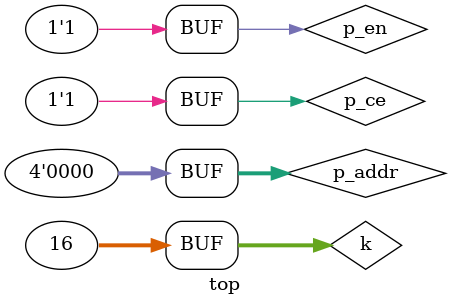
<source format=v>
`include "rom_2.v"
`timescale 1ns / 100ps
module top;
    wire [7:0] p_q;
    reg [3:0] p_addr;
    reg p_en, p_ce;
    
    ROM rom(.data(p_q), .address(p_addr), .en(p_en), .ce(p_ce));
    initial
        p_ce = 1'b1;

    integer k;
    initial begin
        p_en = 1'b0;
        p_addr = 4'b0;
        #5 p_en = 1'b1;
        for(k = 0; k < 16; k = k + 1)
            #5 p_addr = p_addr + 1'b1; 
    end

    initial
        $monitor($time, "addr=%b, data=%b",
                        p_addr, p_q);

    initial
    begin
        $dumpfile("top.vcd");
        $dumpvars(0, top);
    end

endmodule
</source>
